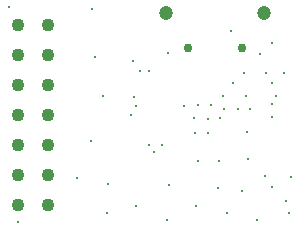
<source format=gbr>
%TF.GenerationSoftware,Altium Limited,Altium Designer,23.4.1 (23)*%
G04 Layer_Color=0*
%FSLAX45Y45*%
%MOMM*%
%TF.SameCoordinates,BE90727D-E02D-4F4F-8BF8-4A0540FFC0C0*%
%TF.FilePolarity,Positive*%
%TF.FileFunction,Plated,1,4,PTH,Drill*%
%TF.Part,Single*%
G01*
G75*
%TA.AperFunction,ComponentDrill*%
%ADD77C,1.20000*%
%ADD78C,0.75000*%
%ADD79C,0.75000*%
%ADD80C,1.10000*%
%TA.AperFunction,ViaDrill,NotFilled*%
%ADD81C,0.25000*%
D77*
X2285000Y1860000D02*
D03*
X1450000D02*
D03*
D78*
X2097500Y1560000D02*
D03*
D79*
X1637500D02*
D03*
D80*
X200000Y1760000D02*
D03*
Y1506000D02*
D03*
Y1252000D02*
D03*
Y998000D02*
D03*
Y744000D02*
D03*
Y490000D02*
D03*
Y236000D02*
D03*
X454000Y1760000D02*
D03*
Y1506000D02*
D03*
Y1252000D02*
D03*
Y998000D02*
D03*
Y744000D02*
D03*
Y490000D02*
D03*
Y236000D02*
D03*
D81*
X2450000Y1350000D02*
D03*
X2510000Y470000D02*
D03*
X200000Y90000D02*
D03*
X2300000Y1350000D02*
D03*
X2350000Y1610000D02*
D03*
X2110000Y1350000D02*
D03*
X2000000Y1710000D02*
D03*
X2347500Y1270395D02*
D03*
X695000Y460000D02*
D03*
X120000Y1910000D02*
D03*
X1160000Y1000000D02*
D03*
X1180000Y1150000D02*
D03*
X1200000Y1070000D02*
D03*
X1308397Y742403D02*
D03*
X1350000Y680000D02*
D03*
X1420000Y740000D02*
D03*
X920000Y1160000D02*
D03*
X960000Y410000D02*
D03*
X2017965Y1265132D02*
D03*
X820000Y772500D02*
D03*
X850000Y1490000D02*
D03*
X1689882Y972191D02*
D03*
X2128175Y1158501D02*
D03*
X1605053Y1074122D02*
D03*
X1724883Y1083207D02*
D03*
X1833416Y1081734D02*
D03*
X1937841Y1160842D02*
D03*
X1940477Y1046619D02*
D03*
X1911993Y971235D02*
D03*
X2060000Y1045000D02*
D03*
X2384267Y1160048D02*
D03*
X2347943Y1085459D02*
D03*
X2159996Y1049998D02*
D03*
X2349566Y976742D02*
D03*
X2100000Y350000D02*
D03*
X1724616Y610556D02*
D03*
X1905461Y606013D02*
D03*
X1460000Y110000D02*
D03*
X1200000Y230000D02*
D03*
X950000Y170000D02*
D03*
X1811065Y845001D02*
D03*
X1810000Y960000D02*
D03*
X1702160Y843906D02*
D03*
X2290000Y480000D02*
D03*
X2350000Y390000D02*
D03*
X2250000Y1510000D02*
D03*
X1229998Y1369997D02*
D03*
X1310000Y1370000D02*
D03*
X1170000Y1450000D02*
D03*
X2148934Y625000D02*
D03*
X1890000Y380000D02*
D03*
X1480000Y400000D02*
D03*
X2490000Y170000D02*
D03*
X1470000Y1520000D02*
D03*
X830000Y1890000D02*
D03*
X1970000Y170000D02*
D03*
X1710000Y230000D02*
D03*
X2220000Y110000D02*
D03*
X2470000Y270000D02*
D03*
X2140000Y850000D02*
D03*
%TF.MD5,d3b2646328fb39df60f89aec7c5bf669*%
M02*

</source>
